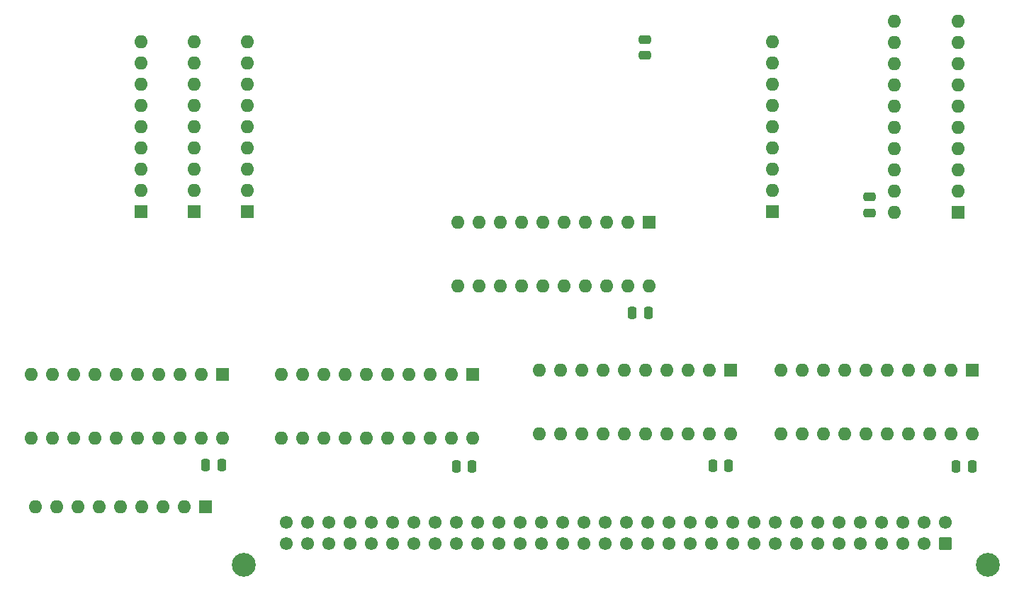
<source format=gbr>
%TF.GenerationSoftware,KiCad,Pcbnew,8.0.1*%
%TF.CreationDate,2024-03-31T12:23:00+01:00*%
%TF.ProjectId,Apricot-Xi-Expansion-RAM,41707269-636f-4742-9d58-692d45787061,rev?*%
%TF.SameCoordinates,Original*%
%TF.FileFunction,Soldermask,Bot*%
%TF.FilePolarity,Negative*%
%FSLAX46Y46*%
G04 Gerber Fmt 4.6, Leading zero omitted, Abs format (unit mm)*
G04 Created by KiCad (PCBNEW 8.0.1) date 2024-03-31 12:23:00*
%MOMM*%
%LPD*%
G01*
G04 APERTURE LIST*
G04 Aperture macros list*
%AMRoundRect*
0 Rectangle with rounded corners*
0 $1 Rounding radius*
0 $2 $3 $4 $5 $6 $7 $8 $9 X,Y pos of 4 corners*
0 Add a 4 corners polygon primitive as box body*
4,1,4,$2,$3,$4,$5,$6,$7,$8,$9,$2,$3,0*
0 Add four circle primitives for the rounded corners*
1,1,$1+$1,$2,$3*
1,1,$1+$1,$4,$5*
1,1,$1+$1,$6,$7*
1,1,$1+$1,$8,$9*
0 Add four rect primitives between the rounded corners*
20,1,$1+$1,$2,$3,$4,$5,0*
20,1,$1+$1,$4,$5,$6,$7,0*
20,1,$1+$1,$6,$7,$8,$9,0*
20,1,$1+$1,$8,$9,$2,$3,0*%
G04 Aperture macros list end*
%ADD10C,2.850000*%
%ADD11RoundRect,0.249999X0.525001X0.525001X-0.525001X0.525001X-0.525001X-0.525001X0.525001X-0.525001X0*%
%ADD12C,1.550000*%
%ADD13R,1.600000X1.600000*%
%ADD14O,1.600000X1.600000*%
%ADD15RoundRect,0.250000X0.250000X0.475000X-0.250000X0.475000X-0.250000X-0.475000X0.250000X-0.475000X0*%
%ADD16RoundRect,0.250000X0.475000X-0.250000X0.475000X0.250000X-0.475000X0.250000X-0.475000X-0.250000X0*%
%ADD17RoundRect,0.250000X-0.475000X0.250000X-0.475000X-0.250000X0.475000X-0.250000X0.475000X0.250000X0*%
G04 APERTURE END LIST*
D10*
%TO.C,CONN1*%
X215792000Y-115575500D03*
X126892000Y-115575500D03*
D11*
X210712000Y-113035500D03*
D12*
X208172000Y-113035500D03*
X205632000Y-113035500D03*
X203092000Y-113035500D03*
X200552000Y-113035500D03*
X198012000Y-113035500D03*
X195472000Y-113035500D03*
X192932000Y-113035500D03*
X190392000Y-113035500D03*
X187852000Y-113035500D03*
X185312000Y-113035500D03*
X182772000Y-113035500D03*
X180232000Y-113035500D03*
X177692000Y-113035500D03*
X175152000Y-113035500D03*
X172612000Y-113035500D03*
X170072000Y-113035500D03*
X167532000Y-113035500D03*
X164992000Y-113035500D03*
X162452000Y-113035500D03*
X159912000Y-113035500D03*
X157372000Y-113035500D03*
X154832000Y-113035500D03*
X152292000Y-113035500D03*
X149752000Y-113035500D03*
X147212000Y-113035500D03*
X144672000Y-113035500D03*
X142132000Y-113035500D03*
X139592000Y-113035500D03*
X137052000Y-113035500D03*
X134512000Y-113035500D03*
X131972000Y-113035500D03*
X210712000Y-110495500D03*
X208172000Y-110495500D03*
X205632000Y-110495500D03*
X203092000Y-110495500D03*
X200552000Y-110495500D03*
X198012000Y-110495500D03*
X195472000Y-110495500D03*
X192932000Y-110495500D03*
X190392000Y-110495500D03*
X187852000Y-110495500D03*
X185312000Y-110495500D03*
X182772000Y-110495500D03*
X180232000Y-110495500D03*
X177692000Y-110495500D03*
X175152000Y-110495500D03*
X172612000Y-110495500D03*
X170072000Y-110495500D03*
X167532000Y-110495500D03*
X164992000Y-110495500D03*
X162452000Y-110495500D03*
X159912000Y-110495500D03*
X157372000Y-110495500D03*
X154832000Y-110495500D03*
X152292000Y-110495500D03*
X149752000Y-110495500D03*
X147212000Y-110495500D03*
X144672000Y-110495500D03*
X142132000Y-110495500D03*
X139592000Y-110495500D03*
X137052000Y-110495500D03*
X134512000Y-110495500D03*
X131972000Y-110495500D03*
%TD*%
D13*
%TO.C,ALATCH1*%
X213939000Y-92257800D03*
D14*
X211399000Y-92257800D03*
X208859000Y-92257800D03*
X206319000Y-92257800D03*
X203779000Y-92257800D03*
X201239000Y-92257800D03*
X198699000Y-92257800D03*
X196159000Y-92257800D03*
X193619000Y-92257800D03*
X191079000Y-92257800D03*
X191079000Y-99877800D03*
X193619000Y-99877800D03*
X196159000Y-99877800D03*
X198699000Y-99877800D03*
X201239000Y-99877800D03*
X203779000Y-99877800D03*
X206319000Y-99877800D03*
X208859000Y-99877800D03*
X211399000Y-99877800D03*
X213939000Y-99877800D03*
%TD*%
D13*
%TO.C,ALATCH3*%
X154242700Y-92771100D03*
D14*
X151702700Y-92771100D03*
X149162700Y-92771100D03*
X146622700Y-92771100D03*
X144082700Y-92771100D03*
X141542700Y-92771100D03*
X139002700Y-92771100D03*
X136462700Y-92771100D03*
X133922700Y-92771100D03*
X131382700Y-92771100D03*
X131382700Y-100391100D03*
X133922700Y-100391100D03*
X136462700Y-100391100D03*
X139002700Y-100391100D03*
X141542700Y-100391100D03*
X144082700Y-100391100D03*
X146622700Y-100391100D03*
X149162700Y-100391100D03*
X151702700Y-100391100D03*
X154242700Y-100391100D03*
%TD*%
D13*
%TO.C,AP1*%
X127280700Y-73275100D03*
D14*
X127280700Y-70735100D03*
X127280700Y-68195100D03*
X127280700Y-65655100D03*
X127280700Y-63115100D03*
X127280700Y-60575100D03*
X127280700Y-58035100D03*
X127280700Y-55495100D03*
X127280700Y-52955100D03*
%TD*%
D13*
%TO.C,AP2*%
X114584200Y-73306300D03*
D14*
X114584200Y-70766300D03*
X114584200Y-68226300D03*
X114584200Y-65686300D03*
X114584200Y-63146300D03*
X114584200Y-60606300D03*
X114584200Y-58066300D03*
X114584200Y-55526300D03*
X114584200Y-52986300D03*
%TD*%
D13*
%TO.C,AP3*%
X120916900Y-73275100D03*
D14*
X120916900Y-70735100D03*
X120916900Y-68195100D03*
X120916900Y-65655100D03*
X120916900Y-63115100D03*
X120916900Y-60575100D03*
X120916900Y-58035100D03*
X120916900Y-55495100D03*
X120916900Y-52955100D03*
%TD*%
D13*
%TO.C,DP1*%
X190024400Y-73272700D03*
D14*
X190024400Y-70732700D03*
X190024400Y-68192700D03*
X190024400Y-65652700D03*
X190024400Y-63112700D03*
X190024400Y-60572700D03*
X190024400Y-58032700D03*
X190024400Y-55492700D03*
X190024400Y-52952700D03*
%TD*%
D13*
%TO.C,DP2*%
X122328400Y-108642700D03*
D14*
X119788400Y-108642700D03*
X117248400Y-108642700D03*
X114708400Y-108642700D03*
X112168400Y-108642700D03*
X109628400Y-108642700D03*
X107088400Y-108642700D03*
X104548400Y-108642700D03*
X102008400Y-108642700D03*
%TD*%
D13*
%TO.C,RAM-Decoder1*%
X175312700Y-74530600D03*
D14*
X172772700Y-74530600D03*
X170232700Y-74530600D03*
X167692700Y-74530600D03*
X165152700Y-74530600D03*
X162612700Y-74530600D03*
X160072700Y-74530600D03*
X157532700Y-74530600D03*
X154992700Y-74530600D03*
X152452700Y-74530600D03*
X152452700Y-82150600D03*
X154992700Y-82150600D03*
X157532700Y-82150600D03*
X160072700Y-82150600D03*
X162612700Y-82150600D03*
X165152700Y-82150600D03*
X167692700Y-82150600D03*
X170232700Y-82150600D03*
X172772700Y-82150600D03*
X175312700Y-82150600D03*
%TD*%
D13*
%TO.C,SBDT1*%
X212181400Y-73353100D03*
D14*
X212181400Y-70813100D03*
X212181400Y-68273100D03*
X212181400Y-65733100D03*
X212181400Y-63193100D03*
X212181400Y-60653100D03*
X212181400Y-58113100D03*
X212181400Y-55573100D03*
X212181400Y-53033100D03*
X212181400Y-50493100D03*
X204561400Y-50493100D03*
X204561400Y-53033100D03*
X204561400Y-55573100D03*
X204561400Y-58113100D03*
X204561400Y-60653100D03*
X204561400Y-63193100D03*
X204561400Y-65733100D03*
X204561400Y-68273100D03*
X204561400Y-70813100D03*
X204561400Y-73353100D03*
%TD*%
D13*
%TO.C,SBDT2*%
X124315600Y-92771100D03*
D14*
X121775600Y-92771100D03*
X119235600Y-92771100D03*
X116695600Y-92771100D03*
X114155600Y-92771100D03*
X111615600Y-92771100D03*
X109075600Y-92771100D03*
X106535600Y-92771100D03*
X103995600Y-92771100D03*
X101455600Y-92771100D03*
X101455600Y-100391100D03*
X103995600Y-100391100D03*
X106535600Y-100391100D03*
X109075600Y-100391100D03*
X111615600Y-100391100D03*
X114155600Y-100391100D03*
X116695600Y-100391100D03*
X119235600Y-100391100D03*
X121775600Y-100391100D03*
X124315600Y-100391100D03*
%TD*%
D13*
%TO.C,ALATCH2*%
X185038400Y-92257800D03*
D14*
X182498400Y-92257800D03*
X179958400Y-92257800D03*
X177418400Y-92257800D03*
X174878400Y-92257800D03*
X172338400Y-92257800D03*
X169798400Y-92257800D03*
X167258400Y-92257800D03*
X164718400Y-92257800D03*
X162178400Y-92257800D03*
X162178400Y-99877800D03*
X164718400Y-99877800D03*
X167258400Y-99877800D03*
X169798400Y-99877800D03*
X172338400Y-99877800D03*
X174878400Y-99877800D03*
X177418400Y-99877800D03*
X179958400Y-99877800D03*
X182498400Y-99877800D03*
X185038400Y-99877800D03*
%TD*%
D15*
%TO.C,C2*%
X154127500Y-103811100D03*
X152227500Y-103811100D03*
%TD*%
%TO.C,C7*%
X124201200Y-103576700D03*
X122301200Y-103576700D03*
%TD*%
%TO.C,C8*%
X184790700Y-103668100D03*
X182890700Y-103668100D03*
%TD*%
D16*
%TO.C,C9*%
X201597800Y-73433500D03*
X201597800Y-71533500D03*
%TD*%
D15*
%TO.C,C10*%
X213872900Y-103814500D03*
X211972900Y-103814500D03*
%TD*%
%TO.C,C11*%
X175177700Y-85433400D03*
X173277700Y-85433400D03*
%TD*%
D17*
%TO.C,C1*%
X174771800Y-52704300D03*
X174771800Y-54604300D03*
%TD*%
M02*

</source>
